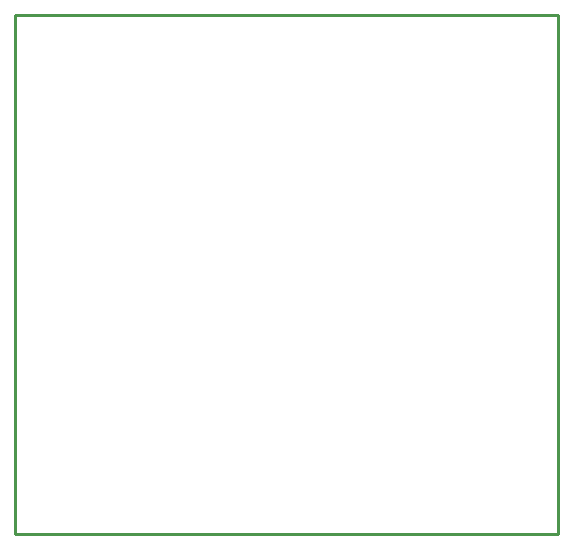
<source format=gbr>
G04 EAGLE Gerber RS-274X export*
G75*
%MOMM*%
%FSLAX34Y34*%
%LPD*%
%IN*%
%IPPOS*%
%AMOC8*
5,1,8,0,0,1.08239X$1,22.5*%
G01*
%ADD10C,0.254000*%


D10*
X0Y0D02*
X460000Y0D01*
X460000Y440000D01*
X0Y440000D01*
X0Y0D01*
M02*

</source>
